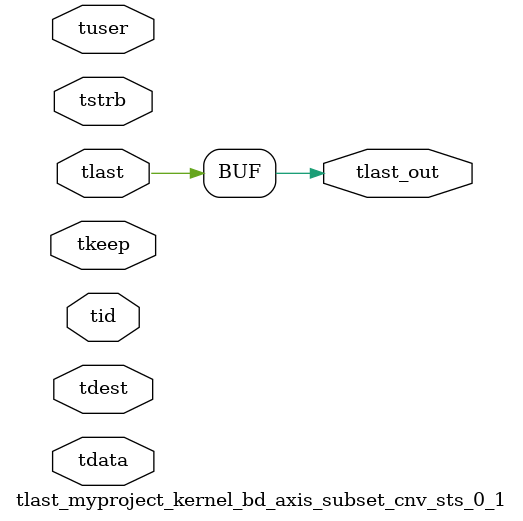
<source format=v>


`timescale 1ps/1ps

module tlast_myproject_kernel_bd_axis_subset_cnv_sts_0_1 #
(
parameter C_S_AXIS_TID_WIDTH   = 1,
parameter C_S_AXIS_TUSER_WIDTH = 0,
parameter C_S_AXIS_TDATA_WIDTH = 0,
parameter C_S_AXIS_TDEST_WIDTH = 0
)
(
input  [(C_S_AXIS_TID_WIDTH   == 0 ? 1 : C_S_AXIS_TID_WIDTH)-1:0       ] tid,
input  [(C_S_AXIS_TDATA_WIDTH == 0 ? 1 : C_S_AXIS_TDATA_WIDTH)-1:0     ] tdata,
input  [(C_S_AXIS_TUSER_WIDTH == 0 ? 1 : C_S_AXIS_TUSER_WIDTH)-1:0     ] tuser,
input  [(C_S_AXIS_TDEST_WIDTH == 0 ? 1 : C_S_AXIS_TDEST_WIDTH)-1:0     ] tdest,
input  [(C_S_AXIS_TDATA_WIDTH/8)-1:0 ] tkeep,
input  [(C_S_AXIS_TDATA_WIDTH/8)-1:0 ] tstrb,
input  [0:0]                                                             tlast,
output                                                                   tlast_out
);

assign tlast_out = {tlast};

endmodule


</source>
